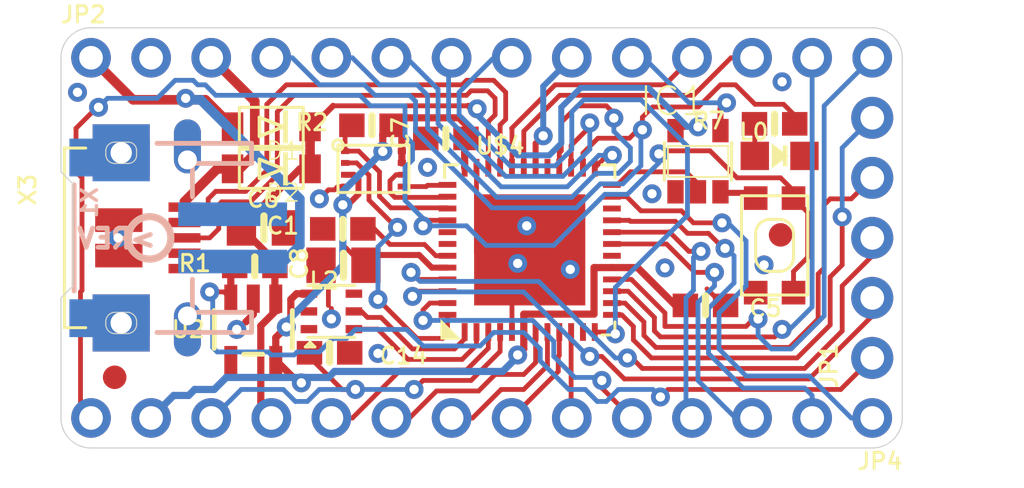
<source format=kicad_pcb>
(kicad_pcb (version 20211014) (generator pcbnew)
  (layers (0 "F.Cu" signal) (31 "B.Cu" signal) (34 "B.Paste" user) (35 "F.Paste" user) (36 "B.SilkS" user "B.Silkscreen") (37 "F.SilkS" user "F.Silkscreen") (38 "B.Mask" user) (39 "F.Mask" user) (44 "Edge.Cuts" user))
  (net 0 "")
  (net 1 "GND")
  (net 2 "MOSI")
  (net 3 "MISO")
  (net 4 "SCK")
  (net 5 "A5")
  (net 6 "A4")
  (net 7 "A3")
  (net 8 "A2")
  (net 9 "A1")
  (net 10 "D11")
  (net 11 "D12")
  (net 12 "+3V3")
  (net 13 "VBUS")
  (net 14 "VBAT")
  (net 15 "N$2")
  (net 16 "AREF")
  (net 17 "D13")
  (net 18 "A0")
  (net 19 "VDDCORE")
  (net 20 "SCL")
  (net 21 "SDA")
  (net 22 "D9")
  (net 23 "D8")
  (net 24 "D7")
  (net 25 "D6")
  (net 26 "D5")
  (net 27 "D4")
  (net 28 "D1")
  (net 29 "D0")
  (net 30 "D10")
  (net 31 "D+")
  (net 32 "D-")
  (net 33 "~{RESET}")
  (net 34 "SWCLK")
  (net 35 "SWDIO")
  (net 36 "EN")
  (net 37 "D3")
  (net 38 "D2")
  (net 39 "VHI")
  (net 40 "N$5")
  (net 41 "D5_5V")
  (net 42 "N$1")
  (net 43 "FLASH_SCK")
  (net 44 "FLASH_MOSI")
  (net 45 "FLASH_MISO")
  (net 46 "FLASH_CS")
  (footprint "boardEagle:4UCONN_20329_V2" (layer "F.Cu") (at 135.1661 105.0036 -90)
    (fp_text reference "X3")
    (fp_text value "microUSB")
    (fp_line (start 3.15 2.2) (end 3.15 1.6) (layer "Edge.Cuts") (width 0.05))
    (fp_line (start -4.05 2.15) (end -4.05 1.6) (layer "Edge.Cuts") (width 0.05))
    (fp_line (start -3.15 1.6) (end -3.15 2.15) (layer "Edge.Cuts") (width 0.05))
    (fp_line (start 4.05 1.6) (end 4.05 2.2) (layer "Edge.Cuts") (width 0.05))
    (fp_line (start -3.5 2.55) (end -3.7 2.55) (layer "Edge.Cuts") (width 0.05))
    (fp_line (start -3.7 1.25) (end -3.5 1.25) (layer "Edge.Cuts") (width 0.05))
    (fp_arc (start -3.15 2.15) (mid -3.242157 2.422487) (end -3.5 2.55) (layer "Edge.Cuts") (width 0.05))
    (fp_arc (start -3.5 1.25) (mid -3.252513 1.352513) (end -3.15 1.6) (layer "Edge.Cuts") (width 0.05))
    (fp_arc (start -3.7 2.55) (mid -3.957843 2.422487) (end -4.05 2.15) (layer "Edge.Cuts") (width 0.05))
    (fp_arc (start 3.6 1.25) (mid 3.897487 1.331802) (end 4.05 1.6) (layer "Edge.Cuts") (width 0.05))
    (fp_arc (start 3.6 2.55) (mid 3.302513 2.468198) (end 3.15 2.2) (layer "Edge.Cuts") (width 0.05))
    (fp_arc (start 3.15 1.6) (mid 3.302513 1.331802) (end 3.6 1.25) (layer "Edge.Cuts") (width 0.05))
    (fp_arc (start 4.05 2.2) (mid 3.897487 2.468198) (end 3.6 2.55) (layer "Edge.Cuts") (width 0.05))
    (fp_arc (start -4.05 1.6) (mid -3.947487 1.352513) (end -3.7 1.25) (layer "Edge.Cuts") (width 0.05))
  )
  (footprint "boardEagle:0603-NO" (layer "F.Cu") (at 142.6337 104.6226 180)
    (fp_text reference "C1")
    (fp_text value "1uF")
  )
  (footprint "boardEagle:0805-NO" (layer "F.Cu") (at 139.2986 104.5826)
    (fp_text reference "C6")
    (fp_text value "10µF")
  )
  (footprint "boardEagle:SOD-123FL" (layer "F.Cu") (at 139.6111 102.0826 180)
    (fp_text reference "D2")
    (fp_text value "MBR120")
  )
  (footprint "boardEagle:APA102_2020" (layer "F.Cu") (at 142.1511 108.1151)
    (fp_text reference "L2")
    (fp_text value "AP102-2020")
  )
  (footprint "boardEagle:1X14_ROUND70" (layer "F.Cu") (at 148.5011 97.3836)
    (fp_text reference "JP2")
    (fp_text value "")
  )
  (footprint "boardEagle:0603-NO" (layer "F.Cu") (at 146.9896 100.7956 180)
    (fp_text reference "C7")
    (fp_text value "1uF")
  )
  (footprint "boardEagle:0603-NO" (layer "F.Cu") (at 160.8836 100.1776 180)
    (fp_text reference "R7")
    (fp_text value "2.2K")
  )
  (footprint "boardEagle:0603-NO" (layer "F.Cu") (at 143.8656 100.2411 180)
    (fp_text reference "R2")
    (fp_text value "100k")
  )
  (footprint "boardEagle:SOT23-5" (layer "F.Cu") (at 157.6451 101.7651)
    (fp_text reference "IC1")
    (fp_text value "74HCT1G125")
  )
  (footprint "boardEagle:0603-NO" (layer "F.Cu") (at 142.0749 109.866507)
    (fp_text reference "C14")
    (fp_text value "1uF")
  )
  (footprint "boardEagle:USON8" (layer "F.Cu") (at 143.9291 102.0826)
    (fp_text reference "U1" hide)
    (fp_text value "flash" hide)
  )
  (footprint "boardEagle:FIDUCIAL_1MM" (layer "F.Cu") (at 132.9908 110.9021 -90)
    (fp_text reference "U$35" hide)
    (fp_text value "FIDUCIAL_1MM" hide)
  )
  (footprint "boardEagle:TQFN48_7MM" (layer "F.Cu") (at 150.5331 105.5116)
    (fp_text reference "U$4")
    (fp_text value "ATSAMD21G18")
  )
  (footprint "boardEagle:CHIPLED_0805_NOOUTLINE" (layer "F.Cu") (at 161.0961 101.5346 -90)
    (fp_text reference "L0")
    (fp_text value "RED")
  )
  (footprint "boardEagle:1X14_ROUND70" (layer "F.Cu") (at 148.5011 112.6236 180)
    (fp_text reference "JP4")
    (fp_text value "")
  )
  (footprint "boardEagle:KMR2" (layer "F.Cu") (at 160.8836 105.3211 -90)
    (fp_text reference "SW1" hide)
    (fp_text value "SPST_TACT-KMR2" hide)
  )
  (footprint "boardEagle:SOD-123FL" (layer "F.Cu") (at 139.6111 100.3046 180)
    (fp_text reference "D1")
    (fp_text value "MBR120")
  )
  (footprint "boardEagle:1X05_ROUND_70" (layer "F.Cu") (at 165.0111 105.0036 90)
    (fp_text reference "JP1")
    (fp_text value "")
  )
  (footprint "boardEagle:0603-NO" (layer "F.Cu") (at 157.9626 107.8611)
    (fp_text reference "C5")
    (fp_text value "1uF")
  )
  (footprint "boardEagle:0603-NO" (layer "F.Cu") (at 138.9126 106.2101 180)
    (fp_text reference "R1")
    (fp_text value "100k")
  )
  (footprint "boardEagle:0805-NO" (layer "F.Cu") (at 142.6626 106.1616 180)
    (fp_text reference "C8")
    (fp_text value "10µF")
  )
  (footprint "boardEagle:SOT23-5" (layer "F.Cu") (at 138.8491 108.8771 180)
    (fp_text reference "U2")
    (fp_text value "AP2112K-3.3")
  )
  (footprint "boardEagle:ITSYM0_TOP" (layer "F.Cu") (at 130.7211 113.8936)
    (fp_text reference "U$14" hide)
    (fp_text value "" hide)
  )
  (footprint "boardEagle:FIDUCIAL_1MM" (layer "F.Cu") (at 161.1376 104.8766 -90)
    (fp_text reference "U$34" hide)
    (fp_text value "FIDUCIAL_1MM" hide)
  )
  (footprint "boardEagle:JSTPH2" (layer "B.Cu") (at 134.2771 105.0036 -90)
    (fp_text reference "X1")
    (fp_text value "")
  )
  (footprint "boardEagle:PCBFEAT-REV-040" (layer "B.Cu") (at 134.4676 105.0036 180)
    (fp_text reference "U$13" hide)
    (fp_text value "" hide)
  )
  (footprint "boardEagle:ITSYM0_BOT" (layer "B.Cu") (at 166.2811 113.8936 180)
    (fp_text reference "U$15" hide)
    (fp_text value "" hide)
  )
  (gr_line (start 166.2811 112.6236) (end 166.2811 97.3836) (layer "Edge.Cuts") (width 0.05))
  (gr_arc (start 131.9911 113.8936) (mid 131.093074 113.521626) (end 130.7211 112.6236) (layer "Edge.Cuts") (width 0.05))
  (gr_line (start 131.2291 102.7176) (end 131.2291 107.0356) (layer "Edge.Cuts") (width 0.05))
  (gr_line (start 131.9911 113.8936) (end 165.0111 113.8936) (layer "Edge.Cuts") (width 0.05))
  (gr_arc (start 130.7211 97.3836) (mid 131.093074 96.485574) (end 131.9911 96.1136) (layer "Edge.Cuts") (width 0.05))
  (gr_line (start 130.7211 97.3836) (end 130.7211 102.2096) (layer "Edge.Cuts") (width 0.05))
  (gr_arc (start 165.0111 96.1136) (mid 165.909126 96.485574) (end 166.2811 97.3836) (layer "Edge.Cuts") (width 0.05))
  (gr_line (start 165.0111 96.1136) (end 131.9911 96.1136) (layer "Edge.Cuts") (width 0.05))
  (gr_line (start 130.7211 102.2096) (end 131.2291 102.7176) (layer "Edge.Cuts") (width 0.05))
  (gr_line (start 130.7211 107.5436) (end 130.7211 112.6236) (layer "Edge.Cuts") (width 0.05))
  (gr_arc (start 166.2811 112.6236) (mid 165.909126 113.521626) (end 165.0111 113.8936) (layer "Edge.Cuts") (width 0.05))
  (gr_line (start 131.2291 107.0356) (end 130.7211 107.5436) (layer "Edge.Cuts") (width 0.05))
  (segment (start 138.8491 108.2421) (end 138.5316 108.5596) (width 0.3048) (layer "F.Cu") (net 1))
  (segment (start 158.5951 103.0986) (end 158.5951 103.0551) (width 0.254) (layer "F.Cu") (net 1))
  (segment (start 142.0241 106.5366) (end 142.0241 107.8611) (width 0.2032) (layer "F.Cu") (net 1))
  (segment (start 141.7126 106.1616) (end 141.7126 106.1616) (width 0.2032) (layer "F.Cu") (net 1))
  (segment (start 141.908294 106.245817) (end 141.977207 106.328779) (width 0.2032) (layer "F.Cu") (net 1))
  (segment (start 135.9411 106.3036) (end 136.133806 106.3036) (width 0.2032) (layer "F.Cu") (net 1))
  (segment (start 150.5331 104.6226) (end 150.4061 104.4956) (width 0.2032) (layer "F.Cu") (net 1))
  (segment (start 141.817116 106.188211) (end 141.908294 106.245817) (width 0.2032) (layer "F.Cu") (net 1))
  (segment (start 158.7246 107.8611) (end 158.0261 107.1626) (width 0.2032) (layer "F.Cu") (net 1))
  (segment (start 150.0251 106.0831) (end 150.0251 105.5116) (width 0.2032) (layer "F.Cu") (net 1))
  (segment (start 158.8126 107.8611) (end 158.7246 107.8611) (width 0.2032) (layer "F.Cu") (net 1))
  (segment (start 141.977207 106.328779) (end 142.0241 106.5366) (width 0.2032) (layer "F.Cu") (net 1))
  (segment (start 158.5951 103.0986) (end 159.8611 103.0986) (width 0.254) (layer "F.Cu") (net 1))
  (segment (start 141.7126 106.1616) (end 141.817116 106.188211) (width 0.2032) (layer "F.Cu") (net 1))
  (segment (start 148.2831 102.0366) (end 148.2831 105.6386) (width 0.2032) (layer "F.Cu") (net 1))
  (segment (start 142.4171 102.8326) (end 142.2781 102.9716) (width 0.2032) (layer "F.Cu") (net 1))
  (segment (start 149.7831 108.9866) (end 149.7831 106.3886) (width 0.2032) (layer "F.Cu") (net 1))
  (segment (start 142.1511 108.4326) (end 142.1511 107.9881) (width 0.2032) (layer "F.Cu") (net 1))
  (segment (start 159.8611 103.0986) (end 160.0836 103.3211) (width 0.254) (layer "F.Cu") (net 1))
  (segment (start 142.0241 102.9716) (end 141.6431 103.3526) (width 0.2032) (layer "F.Cu") (net 1))
  (segment (start 142.2781 102.9716) (end 142.0241 102.9716) (width 0.2032) (layer "F.Cu") (net 1))
  (segment (start 138.8491 107.577) (end 138.8491 108.2421) (width 0.3048) (layer "F.Cu") (net 1))
  (segment (start 150.5331 105.3886) (end 150.5331 104.6226) (width 0.2032) (layer "F.Cu") (net 1))
  (segment (start 150.0251 105.5116) (end 150.5331 105.5116) (width 0.2032) (layer "F.Cu") (net 1))
  (segment (start 142.7291 102.8326) (end 142.4171 102.8326) (width 0.2032) (layer "F.Cu") (net 1))
  (via (at 152.2476 106.3371) (size 0.8001) (drill 0.3937) (layers "F.Cu" "B.Cu") (net 1))
  (via (at 138.1506 108.8771) (size 0.8001) (drill 0.3937) (layers "F.Cu" "B.Cu") (net 1))
  (via (at 156.2481 106.2736) (size 0.8001) (drill 0.3937) (layers "F.Cu" "B.Cu") (net 1))
  (via (at 146.2151 102.0191) (size 0.8001) (drill 0.3937) (layers "F.Cu" "B.Cu") (net 1))
  (via (at 141.6431 103.3526) (size 0.8001) (drill 0.3937) (layers "F.Cu" "B.Cu") (net 1))
  (via (at 131.4196 98.8441) (size 0.8001) (drill 0.3937) (layers "F.Cu" "B.Cu") (net 1))
  (via (at 161.2011 98.3996) (size 0.8001) (drill 0.3937) (layers "F.Cu" "B.Cu") (net 1))
  (via (at 150.0251 106.0831) (size 0.8001) (drill 0.3937) (layers "F.Cu" "B.Cu") (net 1))
  (via (at 142.1511 108.4326) (size 0.8001) (drill 0.3937) (layers "F.Cu" "B.Cu") (net 1))
  (via (at 150.4061 104.4956) (size 0.8001) (drill 0.3937) (layers "F.Cu" "B.Cu") (net 1))
  (via (at 160.4391 106.1466) (size 0.8001) (drill 0.3937) (layers "F.Cu" "B.Cu") (net 1))
  (via (at 155.702 103.1367) (size 0.8001) (drill 0.3937) (layers "F.Cu" "B.Cu") (net 1))
  (via (at 144.1196 109.8931) (size 0.8001) (drill 0.3937) (layers "F.Cu" "B.Cu") (net 1))
  (via (at 133.1341 105.0036) (size 0.8001) (drill 0.3937) (layers "F.Cu" "B.Cu") (net 1))
  (segment (start 156.3156 105.2616) (end 157.5181 106.4641) (width 0.2032) (layer "F.Cu") (net 2))
  (segment (start 157.5181 106.4641) (end 158.3436 106.4641) (width 0.2032) (layer "F.Cu") (net 2))
  (segment (start 154.0081 105.2616) (end 156.3156 105.2616) (width 0.2032) (layer "F.Cu") (net 2))
  (via (at 158.3436 106.4641) (size 0.8001) (drill 0.3937) (layers "F.Cu" "B.Cu") (net 2))
  (segment (start 158.3436 107.0356) (end 158.3436 106.4641) (width 0.2032) (layer "B.Cu") (net 2))
  (segment (start 157.6451 111.0361) (end 159.2326 112.6236) (width 0.2032) (layer "B.Cu") (net 2))
  (segment (start 158.3436 107.0356) (end 157.6451 107.7341) (width 0.2032) (layer "B.Cu") (net 2))
  (segment (start 157.6451 107.7341) (end 157.6451 111.0361) (width 0.2032) (layer "B.Cu") (net 2))
  (segment (start 159.2326 112.6236) (end 159.9311 112.6236) (width 0.2032) (layer "B.Cu") (net 2))
  (segment (start 154.7441 104.2616) (end 154.0081 104.2616) (width 0.2032) (layer "F.Cu") (net 3))
  (segment (start 158.0896 104.8131) (end 158.7246 105.4481) (width 0.2032) (layer "F.Cu") (net 3))
  (segment (start 156.6926 104.3051) (end 154.7876 104.3051) (width 0.2032) (layer "F.Cu") (net 3))
  (segment (start 154.7876 104.3051) (end 154.7441 104.2616) (width 0.2032) (layer "F.Cu") (net 3))
  (segment (start 158.7246 105.4481) (end 158.7881 105.4481) (width 0.2032) (layer "F.Cu") (net 3))
  (segment (start 157.2006 104.8131) (end 158.0896 104.8131) (width 0.2032) (layer "F.Cu") (net 3))
  (segment (start 157.2006 104.8131) (end 156.6926 104.3051) (width 0.2032) (layer "F.Cu") (net 3))
  (via (at 158.7881 105.4481) (size 0.8001) (drill 0.3937) (layers "F.Cu" "B.Cu") (net 3))
  (segment (start 159.1691 106.9086) (end 159.1691 105.7656) (width 0.2032) (layer "B.Cu") (net 3))
  (segment (start 162.1536 111.3536) (end 162.4711 111.6711) (width 0.2032) (layer "B.Cu") (net 3))
  (segment (start 159.5501 111.3536) (end 162.1536 111.3536) (width 0.2032) (layer "B.Cu") (net 3))
  (segment (start 158.0896 107.9881) (end 158.0896 109.8931) (width 0.2032) (layer "B.Cu") (net 3))
  (segment (start 158.0896 107.9881) (end 159.1691 106.9086) (width 0.2032) (layer "B.Cu") (net 3))
  (segment (start 159.1691 105.7656) (end 158.8516 105.4481) (width 0.2032) (layer "B.Cu") (net 3))
  (segment (start 158.8516 105.4481) (end 158.7881 105.4481) (width 0.2032) (layer "B.Cu") (net 3))
  (segment (start 158.0896 109.8931) (end 159.5501 111.3536) (width 0.2032) (layer "B.Cu") (net 3))
  (segment (start 162.4711 111.6711) (end 162.4711 112.6236) (width 0.2032) (layer "B.Cu") (net 3))
  (segment (start 154.0081 104.7616) (end 156.4266 104.7616) (width 0.2032) (layer "F.Cu") (net 4))
  (segment (start 157.2641 105.5751) (end 157.7721 105.5751) (width 0.2032) (layer "F.Cu") (net 4))
  (segment (start 156.4386 104.7496) (end 157.2641 105.5751) (width 0.2032) (layer "F.Cu") (net 4))
  (segment (start 156.4266 104.7616) (end 156.4386 104.7496) (width 0.2032) (layer "F.Cu") (net 4))
  (via (at 157.7721 105.5751) (size 0.8001) (drill 0.3937) (layers "F.Cu" "B.Cu") (net 4))
  (segment (start 157.4546 105.8291) (end 157.4546 107.2261) (width 0.2032) (layer "B.Cu") (net 4))
  (segment (start 157.4546 107.2261) (end 157.1371 107.5436) (width 0.2032) (layer "B.Cu") (net 4))
  (segment (start 157.4546 105.8291) (end 157.7086 105.5751) (width 0.2032) (layer "B.Cu") (net 4))
  (segment (start 157.1371 112.3696) (end 157.3911 112.6236) (width 0.2032) (layer "B.Cu") (net 4))
  (segment (start 157.1371 107.5436) (end 157.1371 112.3696) (width 0.2032) (layer "B.Cu") (net 4))
  (segment (start 157.7086 105.5751) (end 157.7721 105.5751) (width 0.2032) (layer "B.Cu") (net 4))
  (segment (start 147.0581 107.7616) (end 146.3146 107.7616) (width 0.2032) (layer "F.Cu") (net 5))
  (segment (start 146.0246 108.0516) (end 146.0246 108.4961) (width 0.2032) (layer "F.Cu") (net 5))
  (segment (start 146.3146 107.7616) (end 146.0246 108.0516) (width 0.2032) (layer "F.Cu") (net 5))
  (segment (start 154.8511 112.6236) (end 153.5811 111.3536) (width 0.2032) (layer "F.Cu") (net 5))
  (segment (start 153.5811 111.3536) (end 153.5811 111.0361) (width 0.2032) (layer "F.Cu") (net 5))
  (via (at 146.0246 108.4961) (size 0.8001) (drill 0.3937) (layers "F.Cu" "B.Cu") (net 5))
  (via (at 153.5811 111.0361) (size 0.8001) (drill 0.3937) (layers "F.Cu" "B.Cu") (net 5))
  (segment (start 153.4541 110.9091) (end 153.5811 111.0361) (width 0.2032) (layer "B.Cu") (net 5))
  (segment (start 151.5491 110.0201) (end 151.5491 109.3851) (width 0.2032) (layer "B.Cu") (net 5))
  (segment (start 150.6601 108.4961) (end 146.0246 108.4961) (width 0.2032) (layer "B.Cu") (net 5))
  (segment (start 151.5491 109.3851) (end 150.6601 108.4961) (width 0.2032) (layer "B.Cu") (net 5))
  (segment (start 152.4381 110.9091) (end 151.5491 110.0201) (width 0.2032) (layer "B.Cu") (net 5))
  (segment (start 152.4381 110.9091) (end 153.4541 110.9091) (width 0.2032) (layer "B.Cu") (net 5))
  (segment (start 152.2831 108.9866) (end 152.2831 112.6236) (width 0.2032) (layer "F.Cu") (net 6))
  (segment (start 152.2831 112.6236) (end 152.3111 112.6236) (width 0.2032) (layer "F.Cu") (net 6))
  (segment (start 151.7396 110.0201) (end 151.7396 110.6551) (width 0.2032) (layer "F.Cu") (net 7))
  (segment (start 151.7831 108.9866) (end 151.7831 109.9766) (width 0.2032) (layer "F.Cu") (net 7))
  (segment (start 151.7831 109.9766) (end 151.7396 110.0201) (width 0.2032) (layer "F.Cu") (net 7))
  (segment (start 151.7396 110.6551) (end 149.7711 112.6236) (width 0.2032) (layer "F.Cu") (net 7))
  (segment (start 149.3266 111.4171) (end 150.2791 111.4171) (width 0.2032) (layer "F.Cu") (net 8))
  (segment (start 148.1201 112.6236) (end 149.3266 111.4171) (width 0.2032) (layer "F.Cu") (net 8))
  (segment (start 150.2791 111.4171) (end 151.2831 110.4131) (width 0.2032) (layer "F.Cu") (net 8))
  (segment (start 148.1201 112.6236) (end 147.2311 112.6236) (width 0.2032) (layer "F.Cu") (net 8))
  (segment (start 151.2831 108.9866) (end 151.2831 110.4131) (width 0.2032) (layer "F.Cu") (net 8))
  (segment (start 150.2791 110.7821) (end 150.7831 110.2781) (width 0.2032) (layer "F.Cu") (net 9))
  (segment (start 149.0726 110.7821) (end 150.2791 110.7821) (width 0.2032) (layer "F.Cu") (net 9))
  (segment (start 148.3741 111.4806) (end 146.5961 111.4806) (width 0.2032) (layer "F.Cu") (net 9))
  (segment (start 145.4531 112.6236) (end 144.6911 112.6236) (width 0.2032) (layer "F.Cu") (net 9))
  (segment (start 148.3741 111.4806) (end 149.0726 110.7821) (width 0.2032) (layer "F.Cu") (net 9))
  (segment (start 146.5961 111.4806) (end 145.4531 112.6236) (width 0.2032) (layer "F.Cu") (net 9))
  (segment (start 150.7831 110.2781) (end 150.7831 108.9866) (width 0.2032) (layer "F.Cu") (net 9))
  (segment (start 153.8086 101.5111) (end 154.0256 101.5111) (width 0.2032) (layer "F.Cu") (net 10))
  (segment (start 153.2831 102.0366) (end 153.8086 101.5111) (width 0.2032) (layer "F.Cu") (net 10))
  (via (at 154.0256 101.5111) (size 0.8001) (drill 0.3937) (layers "F.Cu" "B.Cu") (net 10))
  (segment (start 152.1206 102.8446) (end 149.3266 102.8446) (width 0.2032) (layer "B.Cu") (net 10))
  (segment (start 152.1206 102.8446) (end 153.4541 101.5111) (width 0.2032) (layer "B.Cu") (net 10))
  (segment (start 146.6596 98.7171) (end 145.3261 97.3836) (width 0.2032) (layer "B.Cu") (net 10))
  (segment (start 146.6596 100.1776) (end 149.3266 102.8446) (width 0.2032) (layer "B.Cu") (net 10))
  (segment (start 145.3261 97.3836) (end 144.6911 97.3836) (width 0.2032) (layer "B.Cu") (net 10))
  (segment (start 153.4541 101.5111) (end 154.0256 101.5111) (width 0.2032) (layer "B.Cu") (net 10))
  (segment (start 146.6596 100.1776) (end 146.6596 98.7171) (width 0.2032) (layer "B.Cu") (net 10))
  (segment (start 151.8666 101.3206) (end 151.8666 100.1141) (width 0.2032) (layer "F.Cu") (net 11))
  (segment (start 153.7716 99.4156) (end 154.0891 99.7331) (width 0.2032) (layer "F.Cu") (net 11))
  (segment (start 151.7831 101.4041) (end 151.8666 101.3206) (width 0.2032) (layer "F.Cu") (net 11))
  (segment (start 151.7831 102.0366) (end 151.7831 101.4041) (width 0.2032) (layer "F.Cu") (net 11))
  (segment (start 154.0891 99.7331) (end 154.0891 99.9363) (width 0.2032) (layer "F.Cu") (net 11))
  (segment (start 153.7716 99.4156) (end 152.5651 99.4156) (width 0.2032) (layer "F.Cu") (net 11))
  (segment (start 151.8666 100.1141) (end 152.5651 99.4156) (width 0.2032) (layer "F.Cu") (net 11))
  (via (at 154.0891 99.9363) (size 0.8001) (drill 0.3937) (layers "F.Cu" "B.Cu") (net 11))
  (segment (start 152.3111 103.2891) (end 149.1361 103.2891) (width 0.2032) (layer "B.Cu") (net 11))
  (segment (start 152.3111 103.2891) (end 153.3271 102.2731) (width 0.2032) (layer "B.Cu") (net 11))
  (segment (start 143.0401 97.3836) (end 144.1831 98.5266) (width 0.2032) (layer "B.Cu") (net 11))
  (segment (start 154.7876 101.1936) (end 154.0891 100.4951) (width 0.2032) (layer "B.Cu") (net 11))
  (segment (start 143.0401 97.3836) (end 142.1511 97.3836) (width 0.2032) (layer "B.Cu") (net 11))
  (segment (start 146.2151 98.9711) (end 146.2151 100.3681) (width 0.2032) (layer "B.Cu") (net 11))
  (segment (start 146.2151 100.3681) (end 149.1361 103.2891) (width 0.2032) (layer "B.Cu") (net 11))
  (segment (start 154.7876 101.7651) (end 154.7876 101.1936) (width 0.2032) (layer "B.Cu") (net 11))
  (segment (start 144.1831 98.5266) (end 145.7706 98.5266) (width 0.2032) (layer "B.Cu") (net 11))
  (segment (start 145.7706 98.5266) (end 146.2151 98.9711) (width 0.2032) (layer "B.Cu") (net 11))
  (segment (start 154.0891 100.4951) (end 154.0891 99.9363) (width 0.2032) (layer "B.Cu") (net 11))
  (segment (start 154.2796 102.2731) (end 154.7876 101.7651) (width 0.2032) (layer "B.Cu") (net 11))
  (segment (start 153.3271 102.2731) (end 154.2796 102.2731) (width 0.2032) (layer "B.Cu") (net 11))
  (segment (start 144.3228 101.346) (end 144.3228 100.6339) (width 0.3048) (layer "F.Cu") (net 12))
  (segment (start 143.2941 103.1621) (end 142.8496 103.6066) (width 0.254) (layer "F.Cu") (net 12))
  (segment (start 143.7269 106.1616) (end 143.6126 106.1616) (width 0.2032) (layer "F.Cu") (net 12))
  (segment (start 144.161 105.7275) (end 143.7269 106.1616) (width 0.2032) (layer "F.Cu") (net 12))
  (segment (start 143.4983 106.1616) (end 143.6126 106.1616) (width 0.2032) (layer "F.Cu") (net 12))
  (segment (start 140.4366 108.585) (end 140.2461 108.7755) (width 0.3048) (layer "F.Cu") (net 12))
  (segment (start 143.4996 106.1616) (end 143.6126 106.1616) (width 0.2032) (layer "F.Cu") (net 12))
  (segment (start 143.2941 103.1621) (end 143.2941 102.5271) (width 0.254) (layer "F.Cu") (net 12))
  (segment (start 150.2831 108.9866) (end 150.2831 109.6986) (width 0.3048) (layer "F.Cu") (net 12))
  (segment (start 140.6786 107.3651) (end 141.2011 107.3651) (width 0.3048) (layer "F.Cu") (net 12))
  (segment (start 156.6926 107.8611) (end 157.1126 107.8611) (width 0.3048) (layer "F.Cu") (net 12))
  (segment (start 150.2831 108.2294) (end 153.2509 108.2294) (width 0.3048) (layer "F.Cu") (net 12))
  (segment (start 145.0331 99.9236) (end 147.5486 99.9236) (width 0.3048) (layer "F.Cu") (net 12))
  (segment (start 147.7831 102.0366) (end 147.7831 100.8521) (width 0.3048) (layer "F.Cu") (net 12))
  (segment (start 140.7596 111.1377) (end 140.8811 111.1377) (width 0.3048) (layer "F.Cu") (net 12))
  (segment (start 142.6337 103.6066) (end 142.6337 105.2957) (width 0.2032) (layer "F.Cu") (net 12))
  (segment (start 150.2831 109.6986) (end 150.0251 109.9566) (width 0.3048) (layer "F.Cu") (net 12))
  (segment (start 146.3936 106.2616) (end 145.8595 105.7275) (width 0.254) (layer "F.Cu") (net 12))
  (segment (start 153.2509 106.2616) (end 154.0081 106.2616) (width 0.3048) (layer "F.Cu") (net 12))
  (segment (start 143.0996 102.3326) (end 142.7291 102.3326) (width 0.254) (layer "F.Cu") (net 12))
  (segment (start 147.5486 99.9236) (end 147.8396 100.2146) (width 0.3048) (layer "F.Cu") (net 12))
  (segment (start 139.7991 110.1772) (end 140.7596 111.1377) (width 0.3048) (layer "F.Cu") (net 12))
  (segment (start 143.2941 102.5271) (end 143.0996 102.3326) (width 0.254) (layer "F.Cu") (net 12))
  (segment (start 147.0581 106.2616) (end 146.3936 106.2616) (width 0.254) (layer "F.Cu") (net 12))
  (segment (start 150.2831 108.9866) (end 150.2831 108.2294) (width 0.3048) (layer "F.Cu") (net 12))
  (segment (start 143.1808 106.1616) (end 143.6126 106.1616) (width 0.254) (layer "F.Cu") (net 12))
  (segment (start 142.6337 105.2957) (end 143.4996 106.1616) (width 0.2032) (layer "F.Cu") (net 12))
  (segment (start 147.8396 100.2146) (end 147.8396 100.7956) (width 0.3048) (layer "F.Cu") (net 12))
  (segment (start 145.8595 105.7275) (end 144.161 105.7275) (width 0.254) (layer "F.Cu") (net 12))
  (segment (start 145.1291 101.8326) (end 145.1291 101.3326) (width 0.3048) (layer "F.Cu") (net 12))
  (segment (start 155.0931 106.2616) (end 156.6926 107.8611) (width 0.3048) (layer "F.Cu") (net 12))
  (segment (start 155.0931 106.2616) (end 154.0081 106.2616) (width 0.3048) (layer "F.Cu") (net 12))
  (segment (start 144.7156 100.2411) (end 144.976296 100.501797) (width 0.2032) (layer "F.Cu") (net 12))
  (segment (start 145.0331 99.9236) (end 144.7156 100.2411) (width 0.3048) (layer "F.Cu") (net 12))
  (segment (start 140.4366 107.6071) (end 140.6786 107.3651) (width 0.3048) (layer "F.Cu") (net 12))
  (segment (start 140.4366 108.585) (end 140.4366 107.6071) (width 0.3048) (layer "F.Cu") (net 12))
  (segment (start 145.1291 101.3326) (end 145.1291 100.501797) (width 0.3048) (layer "F.Cu") (net 12))
  (segment (start 147.7831 100.8521) (end 147.8396 100.7956) (width 0.3048) (layer "F.Cu") (net 12))
  (segment (start 153.2509 108.2294) (end 153.2509 106.2616) (width 0.3048) (layer "F.Cu") (net 12))
  (segment (start 144.3228 100.6339) (end 144.7156 100.2411) (width 0.3048) (layer "F.Cu") (net 12))
  (segment (start 139.7991 110.1772) (end 139.7991 109.2225) (width 0.3048) (layer "F.Cu") (net 12))
  (segment (start 144.976296 100.501797) (end 145.1291 100.501797) (width 0.2032) (layer "F.Cu") (net 12))
  (segment (start 142.8496 103.6066) (end 142.6337 103.6066) (width 0.254) (layer "F.Cu") (net 12))
  (segment (start 139.7991 109.2225) (end 140.2461 108.7755) (width 0.3048) (layer "F.Cu") (net 12))
  (via (at 150.0251 109.9566) (size 0.8001) (drill 0.3937) (layers "F.Cu" "B.Cu") (net 12))
  (via (at 140.8811 111.1377) (size 0.8001) (drill 0.3937) (layers "F.Cu" "B.Cu") (net 12))
  (via (at 144.3228 101.346) (size 0.8001) (drill 0.3937) (layers "F.Cu" "B.Cu") (net 12))
  (via (at 142.6337 103.6066) (size 0.8001) (drill 0.3937) (layers "F.Cu" "B.Cu") (net 12))
  (via (at 140.2461 108.7755) (size 0.8001) (drill 0.3937) (layers "F.Cu" "B.Cu") (net 12))
  (segment (start 134.5311 112.6236) (end 135.4836 111.6711) (width 0.3048) (layer "B.Cu") (net 12))
  (segment (start 149.3901 110.6551) (end 142.2781 110.6551) (width 0.3048) (layer "B.Cu") (net 12))
  (segment (start 135.4836 111.6711) (end 136.1186 111.6711) (width 0.3048) (layer "B.Cu") (net 12))
  (segment (start 142.6337 106.172) (end 142.6337 103.6066) (width 0.3048) (layer "B.Cu") (net 12))
  (segment (start 142.0241 110.9091) (end 142.2781 110.6551) (width 0.3048) (layer "B.Cu") (net 12))
  (segment (start 141.0081 110.9091) (end 140.8811 111.0361) (width 0.3048) (layer "B.Cu") (net 12))
  (segment (start 141.0081 110.9091) (end 142.0241 110.9091) (width 0.3048) (layer "B.Cu") (net 12))
  (segment (start 137.1981 111.4171) (end 137.7061 110.9091) (width 0.3048) (layer "B.Cu") (net 12))
  (segment (start 144.3228 101.346) (end 142.6337 103.0351) (width 0.3048) (layer "B.Cu") (net 12))
  (segment (start 149.3901 110.6551) (end 150.0251 110.0201) (width 0.3048) (layer "B.Cu") (net 12))
  (segment (start 140.7541 110.9091) (end 140.8811 111.0361) (width 0.3048) (layer "B.Cu") (net 12))
  (segment (start 150.0251 110.0201) (end 150.0251 109.9566) (width 0.2032) (layer "B.Cu") (net 12))
  (segment (start 136.3726 111.4171) (end 137.1981 111.4171) (width 0.3048) (layer "B.Cu") (net 12))
  (segment (start 142.6337 103.0351) (end 142.6337 103.6066) (width 0.3048) (layer "B.Cu") (net 12))
  (segment (start 137.7061 110.9091) (end 140.7541 110.9091) (width 0.3048) (layer "B.Cu") (net 12))
  (segment (start 140.8811 111.0361) (end 140.8811 111.1377) (width 0.3048) (layer "B.Cu") (net 12))
  (segment (start 142.6337 106.172) (end 140.2461 108.5596) (width 0.3048) (layer "B.Cu") (net 12))
  (segment (start 136.1186 111.6711) (end 136.3726 111.4171) (width 0.3048) (layer "B.Cu") (net 12))
  (segment (start 140.2461 108.5596) (end 140.2461 108.7755) (width 0.3048) (layer "B.Cu") (net 12))
  (segment (start 138.9126 101.4476) (end 138.9126 99.2251) (width 0.4064) (layer "F.Cu") (net 13))
  (segment (start 138.2776 102.0826) (end 137.9736 102.0826) (width 0.4064) (layer "F.Cu") (net 13))
  (segment (start 138.9126 101.4476) (end 138.2776 102.0826) (width 0.4064) (layer "F.Cu") (net 13))
  (segment (start 135.9411 103.4666) (end 137.3251 102.0826) (width 0.4064) (layer "F.Cu") (net 13))
  (segment (start 137.3251 102.0826) (end 137.9736 102.0826) (width 0.4064) (layer "F.Cu") (net 13))
  (segment (start 135.9411 103.7036) (end 135.9411 103.4666) (width 0.4064) (layer "F.Cu") (net 13))
  (segment (start 138.9126 99.2251) (end 137.0711 97.3836) (width 0.4064) (layer "F.Cu") (net 13))
  (segment (start 135.9916 99.0981) (end 135.9916 99.1616) (width 0.4064) (layer "F.Cu") (net 14))
  (segment (start 133.7691 99.1616) (end 135.9916 99.1616) (width 0.4064) (layer "F.Cu") (net 14))
  (segment (start 135.9916 99.1616) (end 136.8306 99.1616) (width 0.4064) (layer "F.Cu") (net 14))
  (segment (start 136.8306 99.1616) (end 137.9736 100.3046) (width 0.4064) (layer "F.Cu") (net 14))
  (segment (start 131.9911 97.3836) (end 133.7691 99.1616) (width 0.4064) (layer "F.Cu") (net 14))
  (via (at 135.9916 99.0981) (size 0.8001) (drill 0.3937) (layers "F.Cu" "B.Cu") (net 14))
  (segment (start 140.8176 103.3526) (end 136.6266 99.1616) (width 0.4064) (layer "B.Cu") (net 14))
  (segment (start 140.8176 105.3211) (end 140.8176 103.3526) (width 0.4064) (layer "B.Cu") (net 14))
  (segment (start 136.6266 99.1616) (end 136.0551 99.1616) (width 0.4064) (layer "B.Cu") (net 14))
  (segment (start 137.9771 106.0036) (end 140.1351 106.0036) (width 0.4064) (layer "B.Cu") (net 14))
  (segment (start 136.0551 99.1616) (end 135.9916 99.0981) (width 0.4064) (layer "B.Cu") (net 14))
  (segment (start 140.1351 106.0036) (end 140.8176 105.3211) (width 0.4064) (layer "B.Cu") (net 14))
  (segment (start 160.0461 100.1651) (end 160.0461 101.5346) (width 0.2032) (layer "F.Cu") (net 15))
  (segment (start 160.0336 100.1776) (end 160.0461 100.1651) (width 0.2032) (layer "F.Cu") (net 15))
  (segment (start 149.2831 109.8096) (end 148.0566 111.0361) (width 0.2032) (layer "F.Cu") (net 16))
  (segment (start 142.5956 111.4171) (end 143.1671 111.4171) (width 0.2032) (layer "F.Cu") (net 16))
  (segment (start 141.2249 110.0464) (end 142.5956 111.4171) (width 0.2032) (layer "F.Cu") (net 16))
  (segment (start 146.0246 111.0361) (end 145.6436 111.4171) (width 0.2032) (layer "F.Cu") (net 16))
  (segment (start 149.2831 108.9866) (end 149.2831 109.8096) (width 0.2032) (layer "F.Cu") (net 16))
  (segment (start 148.0566 111.0361) (end 146.0246 111.0361) (width 0.2032) (layer "F.Cu") (net 16))
  (segment (start 141.2249 109.866507) (end 141.2249 110.0464) (width 0.2032) (layer "F.Cu") (net 16))
  (via (at 145.6436 111.4171) (size 0.8001) (drill 0.3937) (layers "F.Cu" "B.Cu") (net 16))
  (via (at 143.1671 111.4171) (size 0.8001) (drill 0.3937) (layers "F.Cu" "B.Cu") (net 16))
  (segment (start 141.1351 111.9251) (end 141.6431 111.4171) (width 0.2032) (layer "B.Cu") (net 16))
  (segment (start 138.3411 111.4171) (end 137.1346 112.6236) (width 0.2032) (layer "B.Cu") (net 16))
  (segment (start 140.6271 111.9251) (end 141.1351 111.9251) (width 0.2032) (layer "B.Cu") (net 16))
  (segment (start 138.3411 111.4171) (end 140.1191 111.4171) (width 0.2032) (layer "B.Cu") (net 16))
  (segment (start 143.1671 111.4171) (end 145.6436 111.4171) (width 0.2032) (layer "B.Cu") (net 16))
  (segment (start 141.6431 111.4171) (end 143.1671 111.4171) (width 0.2032) (layer "B.Cu") (net 16))
  (segment (start 137.1346 112.6236) (end 137.0711 112.6236) (width 0.2032) (layer "B.Cu") (net 16))
  (segment (start 140.1191 111.4171) (end 140.6271 111.9251) (width 0.2032) (layer "B.Cu") (net 16))
  (segment (start 161.7336 99.8211) (end 161.7336 100.1776) (width 0.2032) (layer "F.Cu") (net 17))
  (segment (start 155.7274 99.4664) (end 155.2956 99.8982) (width 0.2032) (layer "F.Cu") (net 17))
  (segment (start 160.0581 99.3521) (end 161.2646 99.3521) (width 0.2032) (layer "F.Cu") (net 17))
  (segment (start 155.1051 100.4316) (end 155.2956 100.4316) (width 0.2032) (layer "F.Cu") (net 17))
  (segment (start 155.2956 99.8982) (end 155.2956 100.4316) (width 0.2032) (layer "F.Cu") (net 17))
  (segment (start 154.7495 100.7872) (end 155.1051 100.4316) (width 0.2032) (layer "F.Cu") (net 17))
  (segment (start 158.5976 98.5266) (end 159.2326 98.5266) (width 0.2032) (layer "F.Cu") (net 17))
  (segment (start 153.416 100.7872) (end 154.7495 100.7872) (width 0.2032) (layer "F.Cu") (net 17))
  (segment (start 159.2326 98.5266) (end 160.0581 99.3521) (width 0.2032) (layer "F.Cu") (net 17))
  (segment (start 161.2646 99.3521) (end 161.7336 99.8211) (width 0.2032) (layer "F.Cu") (net 17))
  (segment (start 152.7831 102.0366) (end 152.7831 101.4201) (width 0.2032) (layer "F.Cu") (net 17))
  (segment (start 158.5976 98.5266) (end 157.6578 99.4664) (width 0.2032) (layer "F.Cu") (net 17))
  (segment (start 152.7831 101.4201) (end 153.416 100.7872) (width 0.2032) (layer "F.Cu") (net 17))
  (segment (start 155.7274 99.4664) (end 157.6578 99.4664) (width 0.2032) (layer "F.Cu") (net 17))
  (via (at 155.2956 100.4316) (size 0.8001) (drill 0.3937) (layers "F.Cu" "B.Cu") (net 17))
  (segment (start 145.4531 98.9711) (end 145.7071 99.2251) (width 0.2032) (layer "B.Cu") (net 17))
  (segment (start 148.9456 103.7336) (end 152.5016 103.7336) (width 0.2032) (layer "B.Cu") (net 17))
  (segment (start 154.4701 102.7176) (end 155.2321 101.9556) (width 0.2032) (layer "B.Cu") (net 17))
  (segment (start 140.5001 97.3836) (end 141.6431 98.5266) (width 0.2032) (layer "B.Cu") (net 17))
  (segment (start 145.7071 99.2251) (end 145.7071 100.4951) (width 0.2032) (layer "B.Cu") (net 17))
  (segment (start 153.5176 102.7176) (end 154.4701 102.7176) (width 0.2032) (layer "B.Cu") (net 17))
  (segment (start 143.9926 98.9711) (end 145.4531 98.9711) (width 0.2032) (layer "B.Cu") (net 17))
  (segment (start 143.5481 98.5266) (end 143.9926 98.9711) (width 0.2032) (layer "B.Cu") (net 17))
  (segment (start 139.6111 97.3836) (end 140.5001 97.3836) (width 0.2032) (layer "B.Cu") (net 17))
  (segment (start 155.2321 101.9556) (end 155.2321 100.4951) (width 0.2032) (layer "B.Cu") (net 17))
  (segment (start 152.5016 103.7336) (end 153.5176 102.7176) (width 0.2032) (layer "B.Cu") (net 17))
  (segment (start 155.2321 100.4951) (end 155.2956 100.4316) (width 0.2032) (layer "B.Cu") (net 17))
  (segment (start 145.7071 100.4951) (end 148.9456 103.7336) (width 0.2032) (layer "B.Cu") (net 17))
  (segment (start 141.6431 98.5266) (end 143.5481 98.5266) (width 0.2032) (layer "B.Cu") (net 17))
  (segment (start 145.0721 110.5916) (end 143.0401 112.6236) (width 0.2032) (layer "F.Cu") (net 18))
  (segment (start 147.8661 110.5916) (end 145.0721 110.5916) (width 0.2032) (layer "F.Cu") (net 18))
  (segment (start 143.0401 112.6236) (end 142.1511 112.6236) (width 0.2032) (layer "F.Cu") (net 18))
  (segment (start 148.7831 108.9866) (end 148.7831 109.6746) (width 0.2032) (layer "F.Cu") (net 18))
  (segment (start 148.7831 109.6746) (end 147.8661 110.5916) (width 0.2032) (layer "F.Cu") (net 18))
  (segment (start 143.9672 104.6226) (end 143.4837 104.6226) (width 0.2032) (layer "F.Cu") (net 19))
  (segment (start 146.0881 105.283) (end 146.5667 105.7616) (width 0.2032) (layer "F.Cu") (net 19))
  (segment (start 146.0881 105.283) (end 144.6276 105.283) (width 0.2032) (layer "F.Cu") (net 19))
  (segment (start 144.6276 105.283) (end 143.9672 104.6226) (width 0.2032) (layer "F.Cu") (net 19))
  (segment (start 146.5667 105.7616) (end 147.0581 105.7616) (width 0.2032) (layer "F.Cu") (net 19))
  (segment (start 156.2481 98.5266) (end 151.6126 98.5266) (width 0.2032) (layer "F.Cu") (net 20))
  (segment (start 149.7711 100.3681) (end 149.7831 100.3801) (width 0.2032) (layer "F.Cu") (net 20))
  (segment (start 157.3911 97.3836) (end 156.2481 98.5266) (width 0.2032) (layer "F.Cu") (net 20))
  (segment (start 151.6126 98.5266) (end 149.7711 100.3681) (width 0.2032) (layer "F.Cu") (net 20))
  (segment (start 149.7831 100.3801) (end 149.7831 102.0366) (width 0.2032) (layer "F.Cu") (net 20))
  (segment (start 150.2831 100.4911) (end 150.2831 102.0366) (width 0.2032) (layer "F.Cu") (net 21))
  (segment (start 157.4546 98.9711) (end 151.8031 98.9711) (width 0.2032) (layer "F.Cu") (net 21))
  (segment (start 159.0421 97.3836) (end 159.9311 97.3836) (width 0.2032) (layer "F.Cu") (net 21))
  (segment (start 150.2831 100.4911) (end 151.8031 98.9711) (width 0.2032) (layer "F.Cu") (net 21))
  (segment (start 157.4546 98.9711) (end 159.0421 97.3836) (width 0.2032) (layer "F.Cu") (net 21))
  (segment (start 153.2831 108.9866) (end 154.0716 108.9866) (width 0.2032) (layer "F.Cu") (net 22))
  (segment (start 154.0716 108.9866) (end 154.1526 109.0676) (width 0.2032) (layer "F.Cu") (net 22))
  (via (at 154.1526 109.0676) (size 0.8001) (drill 0.3937) (layers "F.Cu" "B.Cu") (net 22))
  (segment (start 157.2006 101.1301) (end 157.2006 104.0511) (width 0.2032) (layer "B.Cu") (net 22))
  (segment (start 152.3111 99.6696) (end 152.3111 101.2571) (width 0.2032) (layer "B.Cu") (net 22))
  (segment (start 149.7076 101.9556) (end 151.6126 101.9556) (width 0.2032) (layer "B.Cu") (net 22))
  (segment (start 151.6126 101.9556) (end 152.3111 101.2571) (width 0.2032) (layer "B.Cu") (net 22))
  (segment (start 154.1526 107.0991) (end 154.1526 109.0676) (width 0.2032) (layer "B.Cu") (net 22))
  (segment (start 149.1996 97.4471) (end 149.2631 97.3836) (width 0.2032) (layer "B.Cu") (net 22))
  (segment (start 147.5486 98.8441) (end 148.9456 97.4471) (width 0.2032) (layer "B.Cu") (net 22))
  (segment (start 149.3266 97.3836) (end 149.7711 97.3836) (width 0.2032) (layer "B.Cu") (net 22))
  (segment (start 148.9456 97.4471) (end 149.1996 97.4471) (width 0.2032) (layer "B.Cu") (net 22))
  (segment (start 149.2631 97.3836) (end 149.7711 97.3836) (width 0.2032) (layer "B.Cu") (net 22))
  (segment (start 152.8191 99.1616) (end 152.3111 99.6696) (width 0.2032) (layer "B.Cu") (net 22))
  (segment (start 147.5486 99.7966) (end 147.5486 98.8441) (width 0.2032) (layer "B.Cu") (net 22))
  (segment (start 157.2006 104.0511) (end 154.1526 107.0991) (width 0.2032) (layer "B.Cu") (net 22))
  (segment (start 155.2321 99.1616) (end 152.8191 99.1616) (width 0.2032) (layer "B.Cu") (net 22))
  (segment (start 149.7076 101.9556) (end 147.5486 99.7966) (width 0.2032) (layer "B.Cu") (net 22))
  (segment (start 155.2321 99.1616) (end 157.2006 101.1301) (width 0.2032) (layer "B.Cu") (net 22))
  (segment (start 150.7831 102.0366) (end 150.7831 101.0071) (width 0.254) (layer "F.Cu") (net 24))
  (segment (start 150.7831 101.0071) (end 151.1046 100.6856) (width 0.254) (layer "F.Cu") (net 24))
  (via (at 151.1046 100.6856) (size 0.8001) (drill 0.3937) (layers "F.Cu" "B.Cu") (net 24))
  (segment (start 151.1046 100.6856) (end 151.1046 98.5901) (width 0.254) (layer "B.Cu") (net 24))
  (segment (start 151.1046 98.5901) (end 152.3111 97.3836) (width 0.254) (layer "B.Cu") (net 24))
  (segment (start 154.0081 102.7616) (end 154.2356 102.7616) (width 0.2032) (layer "F.Cu") (net 26))
  (segment (start 157.1371 102.2096) (end 157.6451 102.7176) (width 0.2032) (layer "F.Cu") (net 26))
  (segment (start 154.2356 102.7616) (end 154.7876 102.2096) (width 0.2032) (layer "F.Cu") (net 26))
  (segment (start 157.6451 102.7176) (end 157.6451 103.0551) (width 0.2032) (layer "F.Cu") (net 26))
  (segment (start 154.7876 102.2096) (end 157.1371 102.2096) (width 0.2032) (layer "F.Cu") (net 26))
  (segment (start 163.7411 106.1466) (end 163.7411 104.1146) (width 0.2032) (layer "F.Cu") (net 27))
  (segment (start 161.8361 110.0836) (end 163.2331 108.6866) (width 0.2032) (layer "F.Cu") (net 27))
  (segment (start 154.9146 108.7501) (end 154.9146 109.3216) (width 0.2032) (layer "F.Cu") (net 27))
  (segment (start 154.0081 108.2616) (end 154.4261 108.2616) (width 0.2032) (layer "F.Cu") (net 27))
  (segment (start 163.2331 106.6546) (end 163.7411 106.1466) (width 0.2032) (layer "F.Cu") (net 27))
  (segment (start 163.2331 108.6866) (end 163.2331 106.6546) (width 0.2032) (layer "F.Cu") (net 27))
  (segment (start 155.6766 110.0836) (end 161.8361 110.0836) (width 0.2032) (layer "F.Cu") (net 27))
  (segment (start 154.4261 108.2616) (end 154.9146 108.7501) (width 0.2032) (layer "F.Cu") (net 27))
  (segment (start 154.9146 109.3216) (end 155.6766 110.0836) (width 0.2032) (layer "F.Cu") (net 27))
  (via (at 163.7411 104.1146) (size 0.8001) (drill 0.3937) (layers "F.Cu" "B.Cu") (net 27))
  (segment (start 163.7411 104.1146) (end 163.7411 101.1936) (width 0.2032) (layer "B.Cu") (net 27))
  (segment (start 163.7411 101.1936) (end 165.0111 99.9236) (width 0.2032) (layer "B.Cu") (net 27))
  (segment (start 155.8036 108.9406) (end 156.0576 109.1946) (width 0.2032) (layer "F.Cu") (net 28))
  (segment (start 154.0081 107.2616) (end 154.6961 107.2616) (width 0.2032) (layer "F.Cu") (net 28))
  (segment (start 160.8836 109.1946) (end 161.2011 108.8771) (width 0.2032) (layer "F.Cu") (net 28))
  (segment (start 154.6961 107.2616) (end 155.8036 108.3691) (width 0.2032) (layer "F.Cu") (net 28))
  (segment (start 155.8036 108.3691) (end 155.8036 108.9406) (width 0.2032) (layer "F.Cu") (net 28))
  (segment (start 156.0576 109.1946) (end 160.8836 109.1946) (width 0.2032) (layer "F.Cu") (net 28))
  (via (at 161.2011 108.8771) (size 0.8001) (drill 0.3937) (layers "F.Cu" "B.Cu") (net 28))
  (segment (start 161.5186 108.8771) (end 161.2011 108.8771) (width 0.2032) (layer "B.Cu") (net 28))
  (segment (start 162.4711 107.9246) (end 162.4711 97.3836) (width 0.2032) (layer "B.Cu") (net 28))
  (segment (start 161.5186 108.8771) (end 162.4711 107.9246) (width 0.2032) (layer "B.Cu") (net 28))
  (segment (start 154.0081 106.7616) (end 154.8311 106.7616) (width 0.2032) (layer "F.Cu") (net 29))
  (segment (start 156.2481 108.1786) (end 156.2481 108.7501) (width 0.2032) (layer "F.Cu") (net 29))
  (segment (start 159.9946 108.4326) (end 160.1851 108.4326) (width 0.2032) (layer "F.Cu") (net 29))
  (segment (start 159.6771 108.7501) (end 159.9946 108.4326) (width 0.2032) (layer "F.Cu") (net 29))
  (segment (start 154.8311 106.7616) (end 156.2481 108.1786) (width 0.2032) (layer "F.Cu") (net 29))
  (segment (start 156.2481 108.7501) (end 159.6771 108.7501) (width 0.2032) (layer "F.Cu") (net 29))
  (via (at 160.1851 108.4326) (size 0.8001) (drill 0.3937) (layers "F.Cu" "B.Cu") (net 29))
  (segment (start 160.7566 109.7026) (end 160.1851 109.1311) (width 0.2032) (layer "B.Cu") (net 29))
  (segment (start 162.9791 108.3056) (end 161.5821 109.7026) (width 0.2032) (layer "B.Cu") (net 29))
  (segment (start 162.9791 108.3056) (end 162.9791 99.4156) (width 0.2032) (layer "B.Cu") (net 29))
  (segment (start 162.9791 99.4156) (end 165.0111 97.3836) (width 0.2032) (layer "B.Cu") (net 29))
  (segment (start 160.1851 109.1311) (end 160.1851 108.4326) (width 0.2032) (layer "B.Cu") (net 29))
  (segment (start 161.5821 109.7026) (end 160.7566 109.7026) (width 0.2032) (layer "B.Cu") (net 29))
  (segment (start 152.2831 102.0366) (end 152.2831 101.0946) (width 0.2032) (layer "F.Cu") (net 30))
  (segment (start 152.2831 101.0946) (end 153.0731 100.3046) (width 0.2032) (layer "F.Cu") (net 30))
  (segment (start 153.0731 100.3046) (end 153.0731 100.1395) (width 0.2032) (layer "F.Cu") (net 30))
  (via (at 153.0731 100.1395) (size 0.8001) (drill 0.3937) (layers "F.Cu" "B.Cu") (net 30))
  (segment (start 153.0731 101.2571) (end 153.0731 100.1395) (width 0.2032) (layer "B.Cu") (net 30))
  (segment (start 147.1041 97.5106) (end 147.2311 97.3836) (width 0.2032) (layer "B.Cu") (net 30))
  (segment (start 149.5171 102.4001) (end 147.1041 99.9871) (width 0.2032) (layer "B.Cu") (net 30))
  (segment (start 151.9301 102.4001) (end 149.5171 102.4001) (width 0.2032) (layer "B.Cu") (net 30))
  (segment (start 153.0731 101.2571) (end 151.9301 102.4001) (width 0.2032) (layer "B.Cu") (net 30))
  (segment (start 147.1041 99.9871) (end 147.1041 97.5106) (width 0.2032) (layer "B.Cu") (net 30))
  (segment (start 147.8661 98.9711) (end 140.5636 98.9711) (width 0.2032) (layer "F.Cu") (net 31))
  (segment (start 148.7831 100.0861) (end 148.7831 102.0366) (width 0.2032) (layer "F.Cu") (net 31))
  (segment (start 149.0726 99.0981) (end 148.7551 98.7806) (width 0.2032) (layer "F.Cu") (net 31))
  (segment (start 139.8651 102.3366) (end 138.7221 103.4796) (width 0.2032) (layer "F.Cu") (net 31))
  (segment (start 148.0566 98.7806) (end 147.8661 98.9711) (width 0.2032) (layer "F.Cu") (net 31))
  (segment (start 149.0726 99.7966) (end 149.0726 99.0981) (width 0.2032) (layer "F.Cu") (net 31))
  (segment (start 137.0076 105.0036) (end 135.9411 105.0036) (width 0.2032) (layer "F.Cu") (net 31))
  (segment (start 138.7221 103.4796) (end 137.5156 103.4796) (width 0.2032) (layer "F.Cu") (net 31))
  (segment (start 148.7551 98.7806) (end 148.0566 98.7806) (width 0.2032) (layer "F.Cu") (net 31))
  (segment (start 149.0726 99.7966) (end 148.7831 100.0861) (width 0.2032) (layer "F.Cu") (net 31))
  (segment (start 139.8651 99.6696) (end 139.8651 102.3366) (width 0.2032) (layer "F.Cu") (net 31))
  (segment (start 137.3886 103.6066) (end 137.3886 104.6226) (width 0.2032) (layer "F.Cu") (net 31))
  (segment (start 137.0076 105.0036) (end 137.3886 104.6226) (width 0.2032) (layer "F.Cu") (net 31))
  (segment (start 140.5636 98.9711) (end 139.8651 99.6696) (width 0.2032) (layer "F.Cu") (net 31))
  (segment (start 137.5156 103.4796) (end 137.3886 103.6066) (width 0.2032) (layer "F.Cu") (net 31))
  (segment (start 147.6756 98.5266) (end 140.2461 98.5266) (width 0.2032) (layer "F.Cu") (net 32))
  (segment (start 149.0091 98.3361) (end 147.8661 98.3361) (width 0.2032) (layer "F.Cu") (net 32))
  (segment (start 149.2831 100.2211) (end 149.2831 102.0366) (width 0.2032) (layer "F.Cu") (net 32))
  (segment (start 138.5316 103.0351) (end 139.4206 102.1461) (width 0.2032) (layer "F.Cu") (net 32))
  (segment (start 149.5171 99.9871) (end 149.2831 100.2211) (width 0.2032) (layer "F.Cu") (net 32))
  (segment (start 147.8661 98.3361) (end 147.6756 98.5266) (width 0.2032) (layer "F.Cu") (net 32))
  (segment (start 149.5171 98.8441) (end 149.0091 98.3361) (width 0.2032) (layer "F.Cu") (net 32))
  (segment (start 137.2616 103.0351) (end 138.5316 103.0351) (width 0.2032) (layer "F.Cu") (net 32))
  (segment (start 139.4206 102.1461) (end 139.4206 99.3521) (width 0.2032) (layer "F.Cu") (net 32))
  (segment (start 136.7051 104.3536) (end 136.9441 104.1146) (width 0.2032) (layer "F.Cu") (net 32))
  (segment (start 136.9441 104.1146) (end 136.9441 103.3526) (width 0.2032) (layer "F.Cu") (net 32))
  (segment (start 136.9441 103.3526) (end 137.2616 103.0351) (width 0.2032) (layer "F.Cu") (net 32))
  (segment (start 140.2461 98.5266) (end 139.4206 99.3521) (width 0.2032) (layer "F.Cu") (net 32))
  (segment (start 135.9411 104.3536) (end 136.7051 104.3536) (width 0.2032) (layer "F.Cu") (net 32))
  (segment (start 149.5171 98.8441) (end 149.5171 99.9871) (width 0.2032) (layer "F.Cu") (net 32))
  (segment (start 161.6836 106.4261) (end 161.6836 107.3211) (width 0.2032) (layer "F.Cu") (net 33))
  (segment (start 146.2586 104.2616) (end 146.0246 104.4956) (width 0.2032) (layer "F.Cu") (net 33))
  (segment (start 162.2806 103.9241) (end 161.6836 103.3271) (width 0.2032) (layer "F.Cu") (net 33))
  (segment (start 132.2451 99.4791) (end 132.3086 99.4791) (width 0.2032) (layer "F.Cu") (net 33))
  (segment (start 162.2806 103.9241) (end 162.2806 105.8291) (width 0.2032) (layer "F.Cu") (net 33))
  (segment (start 158.1531 101.3206) (end 156.1211 101.3206) (width 0.2032) (layer "F.Cu") (net 33))
  (segment (start 131.3561 100.3681) (end 132.2451 99.4791) (width 0.2032) (layer "F.Cu") (net 33))
  (segment (start 131.3561 102.2096) (end 131.3561 100.3681) (width 0.2032) (layer "F.Cu") (net 33))
  (segment (start 161.1376 102.4636) (end 161.6836 103.0096) (width 0.2032) (layer "F.Cu") (net 33))
  (segment (start 161.6836 103.0096) (end 161.6836 103.3211) (width 0.2032) (layer "F.Cu") (net 33))
  (segment (start 162.2806 105.8291) (end 161.6836 106.4261) (width 0.2032) (layer "F.Cu") (net 33))
  (segment (start 158.1531 101.3206) (end 159.2961 102.4636) (width 0.2032) (layer "F.Cu") (net 33))
  (segment (start 131.5466 107.2896) (end 131.6101 107.2261) (width 0.2032) (layer "F.Cu") (net 33))
  (segment (start 156.1211 101.3206) (end 155.9941 101.4476) (width 0.2032) (layer "F.Cu") (net 33))
  (segment (start 161.6836 103.3271) (end 161.6836 103.3211) (width 0.2032) (layer "F.Cu") (net 33))
  (segment (start 131.9911 112.6236) (end 131.5466 112.1791) (width 0.2032) (layer "F.Cu") (net 33))
  (segment (start 159.2961 102.4636) (end 161.1376 102.4636) (width 0.2032) (layer "F.Cu") (net 33))
  (segment (start 147.0581 104.2616) (end 146.2586 104.2616) (width 0.2032) (layer "F.Cu") (net 33))
  (segment (start 131.6101 107.2261) (end 131.6101 102.4636) (width 0.2032) (layer "F.Cu") (net 33))
  (segment (start 131.6101 102.4636) (end 131.3561 102.2096) (width 0.2032) (layer "F.Cu") (net 33))
  (segment (start 131.5466 112.1791) (end 131.5466 107.2896) (width 0.2032) (layer "F.Cu") (net 33))
  (via (at 146.0246 104.4956) (size 0.8001) (drill 0.3937) (layers "F.Cu" "B.Cu") (net 33))
  (via (at 155.9941 101.4476) (size 0.8001) (drill 0.3937) (layers "F.Cu" "B.Cu") (net 33))
  (via (at 132.3086 99.4791) (size 0.8001) (drill 0.3937) (layers "F.Cu" "B.Cu") (net 33))
  (segment (start 153.7081 103.1621) (end 154.6606 103.1621) (width 0.2032) (layer "B.Cu") (net 33))
  (segment (start 151.5491 105.3211) (end 153.7081 103.1621) (width 0.2032) (layer "B.Cu") (net 33))
  (segment (start 136.8171 98.5266) (end 137.2616 98.9711) (width 0.2032) (layer "B.Cu") (net 33))
  (segment (start 155.9941 101.8286) (end 155.9941 101.4476) (width 0.2032) (layer "B.Cu") (net 33))
  (segment (start 145.2626 99.4156) (end 145.2626 100.6856) (width 0.2032) (layer "B.Cu") (net 33))
  (segment (start 137.2616 98.9711) (end 143.3576 98.9711) (width 0.2032) (layer "B.Cu") (net 33))
  (segment (start 145.2626 103.4161) (end 146.0246 104.1781) (width 0.2032) (layer "B.Cu") (net 33))
  (segment (start 136.3091 98.3361) (end 136.4996 98.5266) (width 0.2032) (layer "B.Cu") (net 33))
  (segment (start 145.5801 101.7016) (end 145.2626 102.0191) (width 0.2032) (layer "B.Cu") (net 33))
  (segment (start 146.0246 104.1781) (end 146.0246 104.4956) (width 0.2032) (layer "B.Cu") (net 33))
  (segment (start 145.5801 101.0031) (end 145.5801 101.7016) (width 0.2032) (layer "B.Cu") (net 33))
  (segment (start 143.3576 98.9711) (end 143.8021 99.4156) (width 0.2032) (layer "B.Cu") (net 33))
  (segment (start 143.8021 99.4156) (end 145.2626 99.4156) (width 0.2032) (layer "B.Cu") (net 33))
  (segment (start 154.6606 103.1621) (end 155.9941 101.8286) (width 0.2032) (layer "B.Cu") (net 33))
  (segment (start 145.2626 102.0191) (end 145.2626 103.4161) (width 0.2032) (layer "B.Cu") (net 33))
  (segment (start 134.7851 99.0981) (end 135.5471 98.3361) (width 0.2032) (layer "B.Cu") (net 33))
  (segment (start 148.6916 105.3211) (end 147.8661 104.4956) (width 0.2032) (layer "B.Cu") (net 33))
  (segment (start 132.3086 99.4791) (end 132.6896 99.0981) (width 0.2032) (layer "B.Cu") (net 33))
  (segment (start 147.8661 104.4956) (end 146.0246 104.4956) (width 0.2032) (layer "B.Cu") (net 33))
  (segment (start 136.4996 98.5266) (end 136.8171 98.5266) (width 0.2032) (layer "B.Cu") (net 33))
  (segment (start 148.6916 105.3211) (end 151.5491 105.3211) (width 0.2032) (layer "B.Cu") (net 33))
  (segment (start 135.5471 98.3361) (end 136.3091 98.3361) (width 0.2032) (layer "B.Cu") (net 33))
  (segment (start 145.2626 100.6856) (end 145.5801 101.0031) (width 0.2032) (layer "B.Cu") (net 33))
  (segment (start 132.6896 99.0981) (end 134.7851 99.0981) (width 0.2032) (layer "B.Cu") (net 33))
  (segment (start 165.0111 105.7656) (end 163.7411 107.0356) (width 0.2032) (layer "F.Cu") (net 34))
  (segment (start 163.7411 107.0356) (end 163.7411 108.9406) (width 0.2032) (layer "F.Cu") (net 34))
  (segment (start 162.1536 110.5281) (end 155.2956 110.5281) (width 0.2032) (layer "F.Cu") (net 34))
  (segment (start 165.0111 105.0036) (end 165.0111 105.7656) (width 0.2032) (layer "F.Cu") (net 34))
  (segment (start 145.8141 106.7616) (end 145.5166 106.4641) (width 0.2032) (layer "F.Cu") (net 34))
  (segment (start 163.7411 108.9406) (end 162.1536 110.5281) (width 0.2032) (layer "F.Cu") (net 34))
  (segment (start 147.0581 106.7616) (end 145.8141 106.7616) (width 0.2032) (layer "F.Cu") (net 34))
  (segment (start 155.2956 110.5281) (end 154.8511 110.0836) (width 0.2032) (layer "F.Cu") (net 34))
  (segment (start 154.8511 110.0836) (end 154.6606 110.0836) (width 0.2032) (layer "F.Cu") (net 34))
  (via (at 154.6606 110.0836) (size 0.8001) (drill 0.3937) (layers "F.Cu" "B.Cu") (net 34))
  (via (at 145.5166 106.4641) (size 0.8001) (drill 0.3937) (layers "F.Cu" "B.Cu") (net 34))
  (segment (start 154.1526 110.0836) (end 154.6606 110.0836) (width 0.2032) (layer "B.Cu") (net 34))
  (segment (start 145.8976 106.8451) (end 145.5166 106.4641) (width 0.2032) (layer "B.Cu") (net 34))
  (segment (start 154.1526 110.0836) (end 150.9141 106.8451) (width 0.2032) (layer "B.Cu") (net 34))
  (segment (start 145.8976 106.8451) (end 150.9141 106.8451) (width 0.2032) (layer "B.Cu") (net 34))
  (segment (start 147.0581 107.2616) (end 145.7986 107.2616) (width 0.2032) (layer "F.Cu") (net 35))
  (segment (start 153.5811 110.0201) (end 153.0731 110.0201) (width 0.2032) (layer "F.Cu") (net 35))
  (segment (start 145.7986 107.2616) (end 145.5801 107.4801) (width 0.2032) (layer "F.Cu") (net 35))
  (segment (start 154.5336 110.9726) (end 162.3441 110.9726) (width 0.2032) (layer "F.Cu") (net 35))
  (segment (start 154.5336 110.9726) (end 153.5811 110.0201) (width 0.2032) (layer "F.Cu") (net 35))
  (segment (start 162.3441 110.9726) (end 165.0111 108.3056) (width 0.2032) (layer "F.Cu") (net 35))
  (segment (start 165.0111 108.3056) (end 165.0111 107.5436) (width 0.2032) (layer "F.Cu") (net 35))
  (via (at 145.5801 107.4801) (size 0.8001) (drill 0.3937) (layers "F.Cu" "B.Cu") (net 35))
  (via (at 153.0731 110.0201) (size 0.8001) (drill 0.3937) (layers "F.Cu" "B.Cu") (net 35))
  (segment (start 153.0731 110.0201) (end 153.2001 110.0201) (width 0.2032) (layer "B.Cu") (net 35))
  (segment (start 150.2791 107.2896) (end 153.0096 110.0201) (width 0.2032) (layer "B.Cu") (net 35))
  (segment (start 145.7706 107.2896) (end 150.2791 107.2896) (width 0.2032) (layer "B.Cu") (net 35))
  (segment (start 153.0096 110.0201) (end 153.0731 110.0201) (width 0.2032) (layer "B.Cu") (net 35))
  (segment (start 145.7706 107.2896) (end 145.5801 107.4801) (width 0.2032) (layer "B.Cu") (net 35))
  (segment (start 137.8991 107.577) (end 137.6117 107.2896) (width 0.2032) (layer "F.Cu") (net 36))
  (segment (start 163.6776 111.4171) (end 165.0111 110.0836) (width 0.2032) (layer "F.Cu") (net 36))
  (segment (start 163.6776 111.4171) (end 156.3751 111.4171) (width 0.2032) (layer "F.Cu") (net 36))
  (segment (start 137.8991 107.577) (end 137.8991 106.2101) (width 0.3048) (layer "F.Cu") (net 36))
  (segment (start 156.3751 111.4171) (end 156.0576 111.7346) (width 0.2032) (layer "F.Cu") (net 36))
  (segment (start 137.8991 106.2101) (end 138.0626 106.2101) (width 0.3048) (layer "F.Cu") (net 36))
  (segment (start 137.6117 107.2896) (end 137.0076 107.2896) (width 0.2032) (layer "F.Cu") (net 36))
  (via (at 156.0576 111.7346) (size 0.8001) (drill 0.3937) (layers "F.Cu" "B.Cu") (net 36))
  (via (at 137.0076 107.2896) (size 0.8001) (drill 0.3937) (layers "F.Cu" "B.Cu") (net 36))
  (segment (start 150.2791 109.0041) (end 149.0091 109.0041) (width 0.2032) (layer "B.Cu") (net 36))
  (segment (start 137.1346 109.6391) (end 137.1346 107.4166) (width 0.2032) (layer "B.Cu") (net 36))
  (segment (start 150.9776 110.2106) (end 150.9776 109.7026) (width 0.2032) (layer "B.Cu") (net 36))
  (segment (start 153.7716 111.9251) (end 153.3906 111.9251) (width 0.2032) (layer "B.Cu") (net 36))
  (segment (start 142.7861 109.2581) (end 142.2146 109.2581) (width 0.2032) (layer "B.Cu") (net 36))
  (segment (start 139.6111 109.9566) (end 140.5763 109.9566) (width 0.2032) (layer "B.Cu") (net 36))
  (segment (start 152.1841 111.4171) (end 150.9776 110.2106) (width 0.2032) (layer "B.Cu") (net 36))
  (segment (start 137.3251 109.8296) (end 139.4841 109.8296) (width 0.2032) (layer "B.Cu") (net 36))
  (segment (start 148.4376 109.5756) (end 146.0246 109.5756) (width 0.2032) (layer "B.Cu") (net 36))
  (segment (start 143.1671 108.8771) (end 142.7861 109.2581) (width 0.2032) (layer "B.Cu") (net 36))
  (segment (start 153.3906 111.9251) (end 152.8826 111.4171) (width 0.2032) (layer "B.Cu") (net 36))
  (segment (start 146.0246 109.5756) (end 145.3261 108.8771) (width 0.2032) (layer "B.Cu") (net 36))
  (segment (start 156.0576 111.7346) (end 155.7401 111.4171) (width 0.2032) (layer "B.Cu") (net 36))
  (segment (start 145.3261 108.8771) (end 143.1671 108.8771) (width 0.2032) (layer "B.Cu") (net 36))
  (segment (start 139.4841 109.8296) (end 139.6111 109.9566) (width 0.2032) (layer "B.Cu") (net 36))
  (segment (start 155.7401 111.4171) (end 154.2796 111.4171) (width 0.2032) (layer "B.Cu") (net 36))
  (segment (start 149.0091 109.0041) (end 148.4376 109.5756) (width 0.2032) (layer "B.Cu") (net 36))
  (segment (start 137.1346 107.4166) (end 137.0076 107.2896) (width 0.2032) (layer "B.Cu") (net 36))
  (segment (start 150.9776 109.7026) (end 150.2791 109.0041) (width 0.2032) (layer "B.Cu") (net 36))
  (segment (start 142.2146 109.2581) (end 141.6431 109.8296) (width 0.2032) (layer "B.Cu") (net 36))
  (segment (start 140.5763 109.9566) (end 140.7033 109.8296) (width 0.2032) (layer "B.Cu") (net 36))
  (segment (start 154.2796 111.4171) (end 153.7716 111.9251) (width 0.2032) (layer "B.Cu") (net 36))
  (segment (start 137.3251 109.8296) (end 137.1346 109.6391) (width 0.2032) (layer "B.Cu") (net 36))
  (segment (start 140.7033 109.8296) (end 141.6431 109.8296) (width 0.2032) (layer "B.Cu") (net 36))
  (segment (start 152.8826 111.4171) (end 152.1841 111.4171) (width 0.2032) (layer "B.Cu") (net 36))
  (segment (start 163.2331 103.3526) (end 162.9791 103.6066) (width 0.2032) (layer "F.Cu") (net 37))
  (segment (start 162.9791 106.2736) (end 162.7251 106.5276) (width 0.2032) (layer "F.Cu") (net 37))
  (segment (start 155.3591 109.1311) (end 155.8671 109.6391) (width 0.2032) (layer "F.Cu") (net 37))
  (segment (start 154.5611 107.7616) (end 155.3591 108.5596) (width 0.2032) (layer "F.Cu") (net 37))
  (segment (start 162.9791 103.6066) (end 162.9791 106.2736) (width 0.2032) (layer "F.Cu") (net 37))
  (segment (start 154.5611 107.7616) (end 154.0081 107.7616) (width 0.2032) (layer "F.Cu") (net 37))
  (segment (start 162.7251 106.5276) (end 162.7251 108.4326) (width 0.2032) (layer "F.Cu") (net 37))
  (segment (start 162.7251 108.4326) (end 161.5186 109.6391) (width 0.2032) (layer "F.Cu") (net 37))
  (segment (start 164.1221 103.3526) (end 163.2331 103.3526) (width 0.2032) (layer "F.Cu") (net 37))
  (segment (start 164.1221 103.3526) (end 165.0111 102.4636) (width 0.2032) (layer "F.Cu") (net 37))
  (segment (start 155.3591 108.5596) (end 155.3591 109.1311) (width 0.2032) (layer "F.Cu") (net 37))
  (segment (start 161.5186 109.6391) (end 155.8671 109.6391) (width 0.2032) (layer "F.Cu") (net 37))
  (segment (start 155.2321 103.8606) (end 156.9466 103.8606) (width 0.2032) (layer "F.Cu") (net 38))
  (segment (start 154.6331 103.2616) (end 155.2321 103.8606) (width 0.2032) (layer "F.Cu") (net 38))
  (segment (start 156.9466 103.8606) (end 157.4546 104.3686) (width 0.2032) (layer "F.Cu") (net 38))
  (segment (start 157.4546 104.3686) (end 158.6611 104.3686) (width 0.2032) (layer "F.Cu") (net 38))
  (segment (start 154.0081 103.2616) (end 154.6331 103.2616) (width 0.2032) (layer "F.Cu") (net 38))
  (via (at 158.6611 104.3686) (size 0.8001) (drill 0.3937) (layers "F.Cu" "B.Cu") (net 38))
  (segment (start 164.1221 112.6236) (end 165.0111 112.6236) (width 0.2032) (layer "B.Cu") (net 38))
  (segment (start 158.6611 104.3686) (end 158.9151 104.3686) (width 0.2032) (layer "B.Cu") (net 38))
  (segment (start 162.3441 110.8456) (end 164.1221 112.6236) (width 0.2032) (layer "B.Cu") (net 38))
  (segment (start 159.6771 105.1306) (end 159.6771 107.0356) (width 0.2032) (layer "B.Cu") (net 38))
  (segment (start 159.6771 110.8456) (end 162.3441 110.8456) (width 0.2032) (layer "B.Cu") (net 38))
  (segment (start 164.6301 112.6236) (end 165.0111 112.6236) (width 0.2032) (layer "B.Cu") (net 38))
  (segment (start 158.9151 104.3686) (end 159.6771 105.1306) (width 0.2032) (layer "B.Cu") (net 38))
  (segment (start 159.6771 107.0356) (end 158.5341 108.1786) (width 0.2032) (layer "B.Cu") (net 38))
  (segment (start 158.5341 109.7026) (end 159.6771 110.8456) (width 0.2032) (layer "B.Cu") (net 38))
  (segment (start 158.5341 108.1786) (end 158.5341 109.7026) (width 0.2032) (layer "B.Cu") (net 38))
  (segment (start 139.8626 107.577) (end 139.8626 108.0287) (width 0.4064) (layer "F.Cu") (net 39))
  (segment (start 141.3341 100.3046) (end 141.2486 100.3046) (width 0.4064) (layer "F.Cu") (net 39))
  (segment (start 139.7626 105.9966) (end 139.7626 106.2101) (width 0.3048) (layer "F.Cu") (net 39))
  (segment (start 139.8626 108.0287) (end 139.7991 108.0287) (width 0.2032) (layer "F.Cu") (net 39))
  (segment (start 148.3106 99.5426) (end 148.0566 99.5426) (width 0.254) (layer "F.Cu") (net 39))
  (segment (start 139.7626 105.9966) (end 138.3486 104.5826) (width 0.3048) (layer "F.Cu") (net 39))
  (segment (start 139.7626 107.5405) (end 139.7626 106.2101) (width 0.3048) (layer "F.Cu") (net 39))
  (segment (start 142.2231 99.4156) (end 141.4611 100.1776) (width 0.254) (layer "F.Cu") (net 39))
  (segment (start 156.6951 100.4651) (end 156.8556 100.3046) (width 0.2032) (layer "F.Cu") (net 39))
  (segment (start 139.1666 108.7247) (end 139.8626 108.0287) (width 0.3048) (layer "F.Cu") (net 39))
  (segment (start 139.1666 112.1791) (end 139.1666 108.7247) (width 0.3048) (layer "F.Cu") (net 39))
  (segment (start 139.7991 107.577) (end 139.8626 107.577) (width 0.4064) (layer "F.Cu") (net 39))
  (segment (start 139.6111 112.6236) (end 139.1666 112.1791) (width 0.3048) (layer "F.Cu") (net 39))
  (segment (start 138.3486 104.5826) (end 138.3486 104.5516) (width 0.3048) (layer "F.Cu") (net 39))
  (segment (start 138.3486 104.5516) (end 140.8176 102.0826) (width 0.3048) (layer "F.Cu") (net 39))
  (segment (start 140.8176 102.0826) (end 141.2486 102.0826) (width 0.3048) (layer "F.Cu") (net 39))
  (segment (start 141.2486 100.3046) (end 141.2486 102.0826) (width 0.4064) (layer "F.Cu") (net 39))
  (segment (start 139.7991 107.577) (end 139.7626 107.5405) (width 0.3048) (layer "F.Cu") (net 39))
  (segment (start 141.4611 100.1776) (end 141.3341 100.3046) (width 0.3048) (layer "F.Cu") (net 39))
  (segment (start 156.8556 100.3046) (end 157.6451 100.3046) (width 0.254) (layer "F.Cu") (net 39))
  (segment (start 148.0566 99.5426) (end 147.9296 99.4156) (width 0.254) (layer "F.Cu") (net 39))
  (segment (start 147.9296 99.4156) (end 142.2231 99.4156) (width 0.2032) (layer "F.Cu") (net 39))
  (via (at 157.6451 100.3046) (size 0.8001) (drill 0.3937) (layers "F.Cu" "B.Cu") (net 39))
  (via (at 148.3106 99.5426) (size 0.8001) (drill 0.3937) (layers "F.Cu" "B.Cu") (net 39))
  (segment (start 148.3106 99.7966) (end 148.3106 99.5426) (width 0.254) (layer "B.Cu") (net 39))
  (segment (start 151.8666 99.4791) (end 151.8666 101.0031) (width 0.254) (layer "B.Cu") (net 39))
  (segment (start 151.3586 101.5111) (end 151.8666 101.0031) (width 0.254) (layer "B.Cu") (net 39))
  (segment (start 150.0251 101.5111) (end 148.3106 99.7966) (width 0.254) (layer "B.Cu") (net 39))
  (segment (start 155.5496 98.6536) (end 152.6921 98.6536) (width 0.254) (layer "B.Cu") (net 39))
  (segment (start 152.6921 98.6536) (end 151.8666 99.4791) (width 0.254) (layer "B.Cu") (net 39))
  (segment (start 155.5496 98.6536) (end 157.2006 100.3046) (width 0.254) (layer "B.Cu") (net 39))
  (segment (start 150.0251 101.5111) (end 151.3586 101.5111) (width 0.254) (layer "B.Cu") (net 39))
  (segment (start 157.2006 100.3046) (end 157.6451 100.3046) (width 0.254) (layer "B.Cu") (net 39))
  (segment (start 148.2831 109.5396) (end 147.6756 110.1471) (width 0.2032) (layer "F.Cu") (net 40))
  (segment (start 145.3896 110.1471) (end 144.1076 108.8651) (width 0.2032) (layer "F.Cu") (net 40))
  (segment (start 147.6756 110.1471) (end 145.3896 110.1471) (width 0.2032) (layer "F.Cu") (net 40))
  (segment (start 144.1076 108.8651) (end 143.1011 108.8651) (width 0.2032) (layer "F.Cu") (net 40))
  (segment (start 148.2831 108.9866) (end 148.2831 109.5396) (width 0.2032) (layer "F.Cu") (net 40))
  (segment (start 158.5951 99.5451) (end 158.8516 99.2886) (width 0.254) (layer "F.Cu") (net 41))
  (segment (start 158.5951 100.4651) (end 158.5951 99.5451) (width 0.254) (layer "F.Cu") (net 41))
  (via (at 158.8516 99.2886) (size 0.8001) (drill 0.3937) (layers "F.Cu" "B.Cu") (net 41))
  (segment (start 157.2641 99.2886) (end 155.3591 97.3836) (width 0.2032) (layer "B.Cu") (net 41))
  (segment (start 157.2641 99.2886) (end 158.8516 99.2886) (width 0.2032) (layer "B.Cu") (net 41))
  (segment (start 155.3591 97.3836) (end 154.8511 97.3836) (width 0.2032) (layer "B.Cu") (net 41))
  (segment (start 147.7831 108.9866) (end 147.7831 109.2776) (width 0.2032) (layer "F.Cu") (net 42))
  (segment (start 147.7831 109.2776) (end 147.3581 109.7026) (width 0.2032) (layer "F.Cu") (net 42))
  (segment (start 145.5801 109.7026) (end 144.2466 108.3691) (width 0.2032) (layer "F.Cu") (net 42))
  (segment (start 143.4211 108.1151) (end 143.1011 108.1151) (width 0.2032) (layer "F.Cu") (net 42))
  (segment (start 143.6751 108.3691) (end 143.4211 108.1151) (width 0.2032) (layer "F.Cu") (net 42))
  (segment (start 147.3581 109.7026) (end 145.5801 109.7026) (width 0.2032) (layer "F.Cu") (net 42))
  (segment (start 144.2466 108.3691) (end 143.6751 108.3691) (width 0.2032) (layer "F.Cu") (net 42))
  (segment (start 147.0306 103.2891) (end 147.0581 103.2616) (width 0.2032) (layer "F.Cu") (net 43))
  (segment (start 144.8308 103.2891) (end 147.0306 103.2891) (width 0.2032) (layer "F.Cu") (net 43))
  (segment (start 144.6276 103.0859) (end 144.6276 102.5906) (width 0.2032) (layer "F.Cu") (net 43))
  (segment (start 144.6276 102.5906) (end 144.8856 102.3326) (width 0.2032) (layer "F.Cu") (net 43))
  (segment (start 144.8856 102.3326) (end 145.1291 102.3326) (width 0.2032) (layer "F.Cu") (net 43))
  (segment (start 144.6276 103.0859) (end 144.8308 103.2891) (width 0.2032) (layer "F.Cu") (net 43))
  (segment (start 146.1636 102.8326) (end 146.2151 102.7811) (width 0.2032) (layer "F.Cu") (net 44))
  (segment (start 147.0386 102.7811) (end 147.0581 102.7616) (width 0.2032) (layer "F.Cu") (net 44))
  (segment (start 145.1291 102.8326) (end 146.1636 102.8326) (width 0.2032) (layer "F.Cu") (net 44))
  (segment (start 146.2151 102.7811) (end 147.0386 102.7811) (width 0.2032) (layer "F.Cu") (net 44))
  (segment (start 146.8501 109.2581) (end 147.0581 109.0501) (width 0.2032) (layer "F.Cu") (net 45))
  (segment (start 143.7386 102.3493) (end 143.7386 103.4034) (width 0.2032) (layer "F.Cu") (net 45))
  (segment (start 143.7386 102.3493) (end 143.2219 101.8326) (width 0.2032) (layer "F.Cu") (net 45))
  (segment (start 146.8501 109.2581) (end 145.7706 109.2581) (width 0.2032) (layer "F.Cu") (net 45))
  (segment (start 144.8943 104.5591) (end 144.9451 104.5591) (width 0.2032) (layer "F.Cu") (net 45))
  (segment (start 143.7386 103.4034) (end 144.8943 104.5591) (width 0.2032) (layer "F.Cu") (net 45))
  (segment (start 145.7706 109.2581) (end 144.1196 107.6071) (width 0.2032) (layer "F.Cu") (net 45))
  (segment (start 147.0581 109.0501) (end 147.0581 108.2616) (width 0.2032) (layer "F.Cu") (net 45))
  (segment (start 143.2219 101.8326) (end 142.7291 101.8326) (width 0.2032) (layer "F.Cu") (net 45))
  (via (at 144.1196 107.6071) (size 0.8001) (drill 0.3937) (layers "F.Cu" "B.Cu") (net 45))
  (via (at 144.9451 104.5591) (size 0.8001) (drill 0.3937) (layers "F.Cu" "B.Cu") (net 45))
  (segment (start 144.1196 107.6071) (end 144.1196 105.3846) (width 0.2032) (layer "B.Cu") (net 45))
  (segment (start 144.1196 105.3846) (end 144.9451 104.5591) (width 0.2032) (layer "B.Cu") (net 45))
  (segment (start 142.7291 101.3326) (end 142.7291 100.5276) (width 0.2032) (layer "F.Cu") (net 46))
  (segment (start 147.0581 103.7336) (end 147.0581 103.7616) (width 0.2032) (layer "F.Cu") (net 46))
  (segment (start 144.1831 102.2096) (end 143.3061 101.3326) (width 0.2032) (layer "F.Cu") (net 46))
  (segment (start 142.7291 100.5276) (end 143.0156 100.2411) (width 0.2032) (layer "F.Cu") (net 46))
  (segment (start 144.6657 103.7336) (end 147.0581 103.7336) (width 0.2032) (layer "F.Cu") (net 46))
  (segment (start 144.1831 103.251) (end 144.1831 102.2096) (width 0.2032) (layer "F.Cu") (net 46))
  (segment (start 143.3061 101.3326) (end 142.7291 101.3326) (width 0.2032) (layer "F.Cu") (net 46))
  (segment (start 144.1831 103.251) (end 144.6657 103.7336) (width 0.2032) (layer "F.Cu") (net 46))
)
</source>
